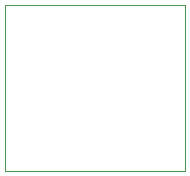
<source format=gbr>
%TF.GenerationSoftware,Altium Limited,Altium Designer,21.2.2 (38)*%
G04 Layer_Color=16711935*
%FSLAX45Y45*%
%MOMM*%
%TF.SameCoordinates,EE3A7C27-349B-46B6-A90B-2B7A9072729B*%
%TF.FilePolarity,Positive*%
%TF.FileFunction,Other,Mechanical_1*%
%TF.Part,Single*%
G01*
G75*
%TA.AperFunction,NonConductor*%
%ADD89C,0.10000*%
D89*
X3339464Y2210152D02*
Y3620149D01*
X4859465D01*
Y2210152D02*
Y3620149D01*
X3339464Y2210152D02*
X4859465D01*
%TF.MD5,70e22dedb94524d737f42058cfe7d76e*%
M02*

</source>
